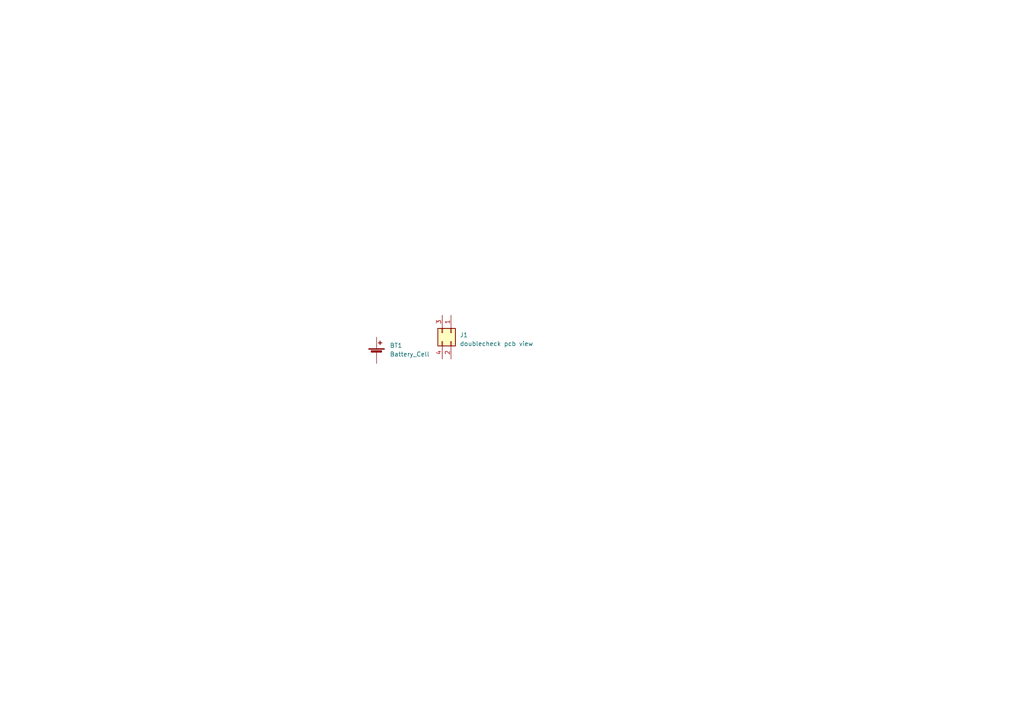
<source format=kicad_sch>
(kicad_sch (version 20230121) (generator eeschema)
  (paper "A4")
  (lib_symbols
    (symbol "Device:Battery_Cell" (pin_numbers hide) (pin_names (offset 0) hide)
      (property "Reference" "BT" (at 2.54 2.54 0))
      (property "Value" "Battery_Cell" (at 2.54 0 0))
      (symbol "Battery_Cell_0_1"
        (rectangle (start -2.286 1.778) (end 2.286 1.524) (fill (type outline)))
        (rectangle (start -1.5748 1.1938) (end 1.4732 0.6858) (fill (type outline)))
        (polyline (pts (xy 0 0.762) (xy 0 0)))
        (polyline (pts (xy 0 1.778) (xy 0 2.54)))
        (polyline (pts (xy 0.508 3.429) (xy 1.524 3.429)) (stroke (width 0.254)))
        (polyline (pts (xy 1.016 3.937) (xy 1.016 2.921)) (stroke (width 0.254)))
      )
      (symbol "Battery_Cell_1_1"
        (pin passive line (at 0 5.08 270) (length 2.54) (name "+") (number "1"))
        (pin passive line (at 0 -2.54 90) (length 2.54) (name "-") (number "2"))
      )
    )
    (symbol "Simple_Addon_v2:SAO_4pin_badge_side" (pin_names (offset 1.016) hide)
      (property "Reference" "J" (at 5.08 -1.27 90))
      (property "Value" "doublecheck pcb view" (at 2.54 11.43 0))
      (symbol "SAO_4pin_badge_side_1_1"
        (rectangle (start 0.127 -3.81) (end -0.127 -2.54) (stroke (width 0.1524)))
        (rectangle (start 0.127 1.27) (end -0.127 0) (stroke (width 0.1524)))
        (rectangle (start 2.667 -3.81) (end 2.413 -2.54) (stroke (width 0.1524)))
        (rectangle (start 2.667 1.27) (end 2.413 0) (stroke (width 0.1524)))
        (rectangle (start 3.81 1.27) (end -1.27 -3.81) (stroke (width 0.254)) (fill (type background)))
        (pin passive line (at 2.54 5.08 270) (length 3.81) (name "Pin_1") (number "1"))
        (pin passive line (at 2.54 -7.62 90) (length 3.81) (name "Pin_2") (number "2"))
        (pin passive line (at 0 5.08 270) (length 3.81) (name "Pin_3") (number "3"))
        (pin passive line (at 0 -7.62 90) (length 3.81) (name "Pin_4") (number "4"))
      )
    )
  )
  (symbol (lib_id "Device:Battery_Cell") (at 109.22 102.87 0) (unit 1)
    (property "Reference" "BT1" (at 113.03 100.203 0) (effects (justify left)))
    (property "Value" "Battery_Cell" (at 113.03 102.743 0) (effects (justify left)))
  )
  (symbol (lib_id "Simple_Addon_v2:SAO_4pin_badge_side") (at 128.27 96.52 0) (unit 1)
    (property "Reference" "J1" (at 133.35 97.155 0) (effects (justify left)))
    (property "Value" "doublecheck pcb view" (at 133.35 99.695 0) (effects (justify left)))
  )
)
</source>
